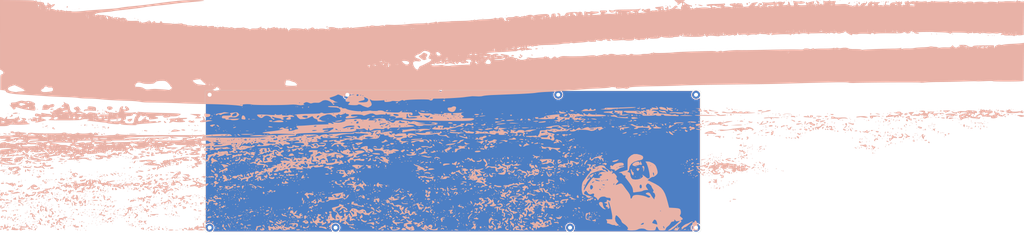
<source format=kicad_pcb>
(kicad_pcb (version 20211014) (generator pcbnew)
  (layers (0 "F.Cu" signal) (31 "B.Cu" signal) (34 "B.Paste" user) (35 "F.Paste" user) (36 "B.SilkS" user "B.Silkscreen") (37 "F.SilkS" user "F.Silkscreen") (38 "B.Mask" user) (39 "F.Mask" user) (44 "Edge.Cuts" user))
  (net 0 "")
  (net 1 "GND")
  (footprint "MountingHole:MountingHole_2.2mm_M2_Pad" (layer "F.Cu") (at 5.0325 13.5906)
    (fp_text reference "H1" hide)
    (fp_text value "MountingHole_Pad")
    (pad "1" thru_hole circle (at 0 0) (size 4.4 4.4) (drill 2.2) (layers *.Cu *.Mask) (net 1 "GND"))
  )
  (footprint "MountingHole:MountingHole_2.2mm_M2_Pad" (layer "F.Cu") (at 80.972 13.637)
    (fp_text reference "H2" hide)
    (fp_text value "MountingHole_Pad")
    (pad "1" thru_hole circle (at 0 0) (size 4.4 4.4) (drill 2.2) (layers *.Cu *.Mask) (net 1 "GND"))
  )
  (footprint "MountingHole:MountingHole_2.2mm_M2_Pad" (layer "F.Cu") (at 203.6992 86.8187)
    (fp_text reference "H7" hide)
    (fp_text value "MountingHole_Pad")
    (pad "1" thru_hole circle (at 0 0) (size 4.4 4.4) (drill 2.2) (layers *.Cu *.Mask) (net 1 "GND"))
  )
  (footprint "MountingHole:MountingHole_2.2mm_M2_Pad" (layer "F.Cu") (at 197.2056 13.5888)
    (fp_text reference "H3" hide)
    (fp_text value "MountingHole_Pad")
    (pad "1" thru_hole circle (at 0 0) (size 4.4 4.4) (drill 2.2) (layers *.Cu *.Mask) (net 1 "GND"))
  )
  (footprint "MountingHole:MountingHole_2.2mm_M2_Pad" (layer "F.Cu") (at 273.1392 86.8311)
    (fp_text reference "H8" hide)
    (fp_text value "MountingHole_Pad")
    (pad "1" thru_hole circle (at 0 0) (size 4.4 4.4) (drill 2.2) (layers *.Cu *.Mask) (net 1 "GND"))
  )
  (footprint "MountingHole:MountingHole_2.2mm_M2_Pad" (layer "F.Cu") (at 74.444 86.8213)
    (fp_text reference "H6" hide)
    (fp_text value "MountingHole_Pad")
    (pad "1" thru_hole circle (at 0 0) (size 4.4 4.4) (drill 2.2) (layers *.Cu *.Mask) (net 1 "GND"))
  )
  (footprint "MountingHole:MountingHole_2.2mm_M2_Pad" (layer "F.Cu") (at 273.1392 13.6026)
    (fp_text reference "H4" hide)
    (fp_text value "MountingHole_Pad")
    (pad "1" thru_hole circle (at 0 0) (size 4.4 4.4) (drill 2.2) (layers *.Cu *.Mask) (net 1 "GND"))
  )
  (footprint "MountingHole:MountingHole_2.2mm_M2_Pad" (layer "F.Cu") (at 5.0121 86.8441)
    (fp_text reference "H5" hide)
    (fp_text value "MountingHole_Pad")
    (pad "1" thru_hole circle (at 0 0) (size 4.4 4.4) (drill 2.2) (layers *.Cu *.Mask) (net 1 "GND"))
  )
  (footprint "LOGO" (layer "B.Cu") (at 171.704 24.892 180)
    (fp_text reference "G***" hide)
    (fp_text value "LOGO" hide)
  )
  (gr_line (start 2.4892 12.319) (end 2.4638 88.138) (layer "Edge.Cuts") (width 0.1))
  (gr_arc (start 2.4892 12.319) (mid 2.861174 11.420974) (end 3.7592 11.049) (layer "Edge.Cuts") (width 0.1))
  (gr_line (start 274.4216 11.049) (end 3.7592 11.049) (layer "Edge.Cuts") (width 0.1))
  (gr_arc (start 274.4216 11.049) (mid 275.319626 11.420974) (end 275.6916 12.319) (layer "Edge.Cuts") (width 0.1))
  (gr_line (start 275.6916 88.1126) (end 275.6916 12.319) (layer "Edge.Cuts") (width 0.1))
  (gr_arc (start 275.6916 88.1126) (mid 275.319635 89.010642) (end 274.4216 89.3826) (layer "Edge.Cuts") (width 0.1))
  (gr_line (start 3.7338 89.408) (end 274.4216 89.3826) (layer "Edge.Cuts") (width 0.1))
  (gr_arc (start 3.7338 89.408) (mid 2.835774 89.036026) (end 2.4638 88.138) (layer "Edge.Cuts") (width 0.1))
  (zone (net 0) (net_name "") (layers F&B.Cu) (connect_pads (clearance 0.508)) (min_thickness 0.254) (fill yes (thermal_gap 0.508) (thermal_bridge_width 0.508))
    (polygon (pts (xy 280.035 89.535) (xy -1.778 89.535) (xy -1.651 10.795) (xy 279.908 10.922)))
  )
)
</source>
